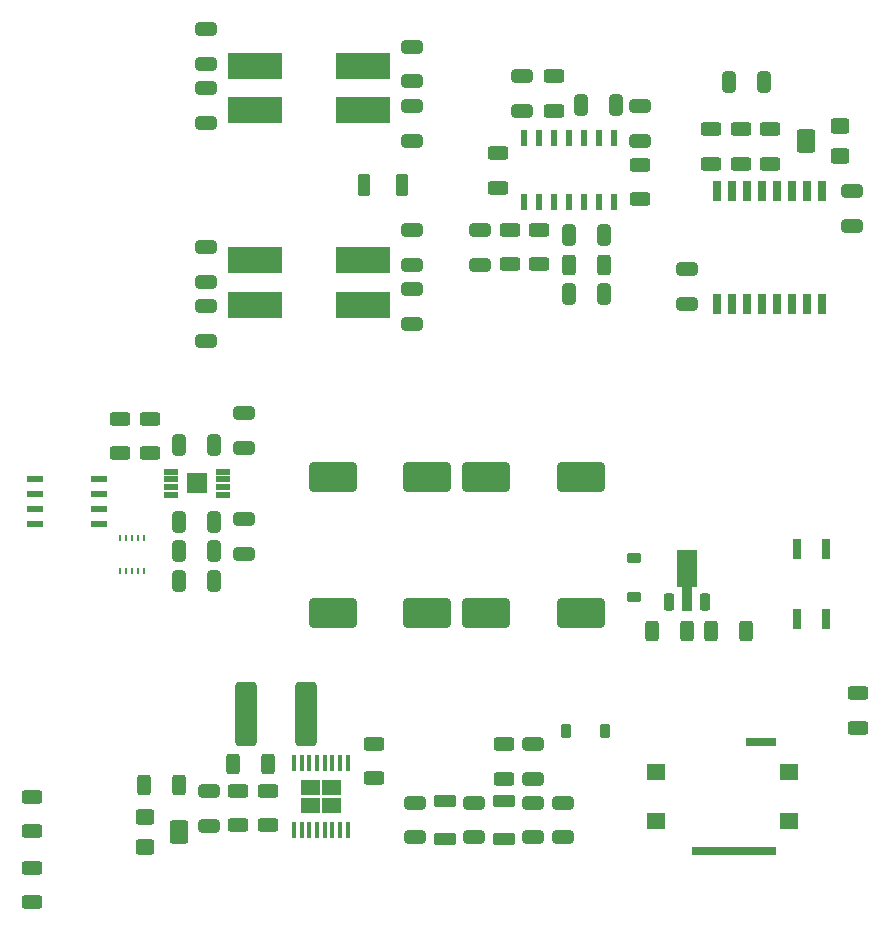
<source format=gtp>
G04 #@! TF.GenerationSoftware,KiCad,Pcbnew,9.0.2-9.0.2-0~ubuntu24.04.1*
G04 #@! TF.CreationDate,2025-06-11T14:59:59-05:00*
G04 #@! TF.ProjectId,bias-supply,62696173-2d73-4757-9070-6c792e6b6963,0.1*
G04 #@! TF.SameCoordinates,Original*
G04 #@! TF.FileFunction,Paste,Top*
G04 #@! TF.FilePolarity,Positive*
%FSLAX46Y46*%
G04 Gerber Fmt 4.6, Leading zero omitted, Abs format (unit mm)*
G04 Created by KiCad (PCBNEW 9.0.2-9.0.2-0~ubuntu24.04.1) date 2025-06-11 14:59:59*
%MOMM*%
%LPD*%
G01*
G04 APERTURE LIST*
G04 Aperture macros list*
%AMRoundRect*
0 Rectangle with rounded corners*
0 $1 Rounding radius*
0 $2 $3 $4 $5 $6 $7 $8 $9 X,Y pos of 4 corners*
0 Add a 4 corners polygon primitive as box body*
4,1,4,$2,$3,$4,$5,$6,$7,$8,$9,$2,$3,0*
0 Add four circle primitives for the rounded corners*
1,1,$1+$1,$2,$3*
1,1,$1+$1,$4,$5*
1,1,$1+$1,$6,$7*
1,1,$1+$1,$8,$9*
0 Add four rect primitives between the rounded corners*
20,1,$1+$1,$2,$3,$4,$5,0*
20,1,$1+$1,$4,$5,$6,$7,0*
20,1,$1+$1,$6,$7,$8,$9,0*
20,1,$1+$1,$8,$9,$2,$3,0*%
%AMFreePoly0*
4,1,9,3.862500,-0.866500,0.737500,-0.866500,0.737500,-0.450000,-1.287500,-0.450000,-1.287500,0.450000,0.737500,0.450000,0.737500,0.866500,3.862500,0.866500,3.862500,-0.866500,3.862500,-0.866500,$1*%
G04 Aperture macros list end*
%ADD10C,0.000000*%
%ADD11R,0.254000X0.609600*%
%ADD12RoundRect,0.250000X-0.650000X0.325000X-0.650000X-0.325000X0.650000X-0.325000X0.650000X0.325000X0*%
%ADD13RoundRect,0.250000X0.312500X0.625000X-0.312500X0.625000X-0.312500X-0.625000X0.312500X-0.625000X0*%
%ADD14R,1.257300X0.508000*%
%ADD15R,1.727200X1.701800*%
%ADD16RoundRect,0.225000X-0.225000X-0.375000X0.225000X-0.375000X0.225000X0.375000X-0.225000X0.375000X0*%
%ADD17RoundRect,0.250000X-1.750000X-1.000000X1.750000X-1.000000X1.750000X1.000000X-1.750000X1.000000X0*%
%ADD18RoundRect,0.250000X0.650000X-0.325000X0.650000X0.325000X-0.650000X0.325000X-0.650000X-0.325000X0*%
%ADD19RoundRect,0.250000X-0.625000X0.312500X-0.625000X-0.312500X0.625000X-0.312500X0.625000X0.312500X0*%
%ADD20RoundRect,0.250000X0.625000X-0.312500X0.625000X0.312500X-0.625000X0.312500X-0.625000X-0.312500X0*%
%ADD21R,0.355600X1.473200*%
%ADD22RoundRect,0.250000X-0.325000X-0.650000X0.325000X-0.650000X0.325000X0.650000X-0.325000X0.650000X0*%
%ADD23RoundRect,0.250000X0.700000X-0.275000X0.700000X0.275000X-0.700000X0.275000X-0.700000X-0.275000X0*%
%ADD24RoundRect,0.250000X-0.275000X-0.700000X0.275000X-0.700000X0.275000X0.700000X-0.275000X0.700000X0*%
%ADD25RoundRect,0.250000X0.650000X2.450000X-0.650000X2.450000X-0.650000X-2.450000X0.650000X-2.450000X0*%
%ADD26RoundRect,0.225000X0.375000X-0.225000X0.375000X0.225000X-0.375000X0.225000X-0.375000X-0.225000X0*%
%ADD27RoundRect,0.250000X1.750000X1.000000X-1.750000X1.000000X-1.750000X-1.000000X1.750000X-1.000000X0*%
%ADD28RoundRect,0.250000X0.550000X-0.400000X0.550000X0.400000X-0.550000X0.400000X-0.550000X-0.400000X0*%
%ADD29RoundRect,0.250000X0.550000X-0.750000X0.550000X0.750000X-0.550000X0.750000X-0.550000X-0.750000X0*%
%ADD30R,0.762000X1.803400*%
%ADD31RoundRect,0.250000X-0.700000X0.275000X-0.700000X-0.275000X0.700000X-0.275000X0.700000X0.275000X0*%
%ADD32RoundRect,0.250000X0.325000X0.650000X-0.325000X0.650000X-0.325000X-0.650000X0.325000X-0.650000X0*%
%ADD33R,0.532600X1.454899*%
%ADD34R,1.600200X1.397000*%
%ADD35R,2.590800X0.711200*%
%ADD36R,7.086600X0.711200*%
%ADD37RoundRect,0.250000X-0.312500X-0.625000X0.312500X-0.625000X0.312500X0.625000X-0.312500X0.625000X0*%
%ADD38RoundRect,0.250000X-0.550000X0.400000X-0.550000X-0.400000X0.550000X-0.400000X0.550000X0.400000X0*%
%ADD39RoundRect,0.250000X-0.550000X0.750000X-0.550000X-0.750000X0.550000X-0.750000X0.550000X0.750000X0*%
%ADD40R,1.460500X0.533400*%
%ADD41R,0.650000X1.750000*%
%ADD42RoundRect,0.225000X0.225000X-0.500000X0.225000X0.500000X-0.225000X0.500000X-0.225000X-0.500000X0*%
%ADD43FreePoly0,90.000000*%
%ADD44R,4.600000X2.250000*%
G04 APERTURE END LIST*
D10*
G36*
X46900000Y-80900000D02*
G01*
X45309300Y-80900000D01*
X45309300Y-79626800D01*
X46900000Y-79626800D01*
X46900000Y-80900000D01*
G37*
G36*
X46900000Y-82373200D02*
G01*
X45309300Y-82373200D01*
X45309300Y-81100000D01*
X46900000Y-81100000D01*
X46900000Y-82373200D01*
G37*
G36*
X48690700Y-80900000D02*
G01*
X47100000Y-80900000D01*
X47100000Y-79626800D01*
X48690700Y-79626800D01*
X48690700Y-80900000D01*
G37*
G36*
X48690700Y-82373200D02*
G01*
X47100000Y-82373200D01*
X47100000Y-81100000D01*
X48690700Y-81100000D01*
X48690700Y-82373200D01*
G37*
D11*
X32000001Y-59100000D03*
X31499999Y-59100000D03*
X31000000Y-59100000D03*
X30500001Y-59100000D03*
X29999999Y-59100000D03*
X29999999Y-61900000D03*
X30500001Y-61900000D03*
X31000000Y-61900000D03*
X31499999Y-61900000D03*
X32000001Y-61900000D03*
D12*
X54750000Y-22525000D03*
X54750000Y-25475000D03*
X67500000Y-81525000D03*
X67500000Y-84475000D03*
D13*
X82962500Y-67000000D03*
X80037500Y-67000000D03*
D14*
X38678050Y-55474999D03*
X38678050Y-54825001D03*
X38678050Y-54174999D03*
X38678050Y-53525001D03*
X34321950Y-53525001D03*
X34321950Y-54174999D03*
X34321950Y-54825001D03*
X34321950Y-55474999D03*
D15*
X36500000Y-54500000D03*
D16*
X67750000Y-75500000D03*
X71050000Y-75500000D03*
D17*
X61000000Y-54000000D03*
X69000000Y-54000000D03*
D18*
X65000000Y-79500000D03*
X65000000Y-76550000D03*
D19*
X30000000Y-49037500D03*
X30000000Y-51962500D03*
X51500000Y-76537500D03*
X51500000Y-79462500D03*
D20*
X82527500Y-27462500D03*
X82527500Y-24537500D03*
D12*
X37250000Y-39525000D03*
X37250000Y-42475000D03*
D21*
X44724160Y-83819400D03*
X45374400Y-83819400D03*
X46024640Y-83819400D03*
X46674880Y-83819400D03*
X47325120Y-83819400D03*
X47975360Y-83819400D03*
X48625600Y-83819400D03*
X49275840Y-83819400D03*
X49275840Y-78180600D03*
X48625600Y-78180600D03*
X47975360Y-78180600D03*
X47325120Y-78180600D03*
X46674880Y-78180600D03*
X46024640Y-78180600D03*
X45374400Y-78180600D03*
X44724160Y-78180600D03*
D18*
X37250000Y-37475000D03*
X37250000Y-34525000D03*
D20*
X73975000Y-30462500D03*
X73975000Y-27537500D03*
D19*
X62990000Y-33037500D03*
X62990000Y-35962500D03*
D22*
X35025000Y-57750000D03*
X37975000Y-57750000D03*
D23*
X62500000Y-84575000D03*
X62500000Y-81425000D03*
D24*
X50675000Y-29250000D03*
X53825000Y-29250000D03*
D25*
X45750000Y-74000000D03*
X40650000Y-74000000D03*
D18*
X60000000Y-84475000D03*
X60000000Y-81525000D03*
D26*
X73500000Y-64150000D03*
X73500000Y-60850000D03*
D17*
X61000000Y-65500000D03*
X69000000Y-65500000D03*
D12*
X73975000Y-22525000D03*
X73975000Y-25475000D03*
X65000000Y-81525000D03*
X65000000Y-84475000D03*
D27*
X56000000Y-65500000D03*
X48000000Y-65500000D03*
D18*
X54750000Y-20475000D03*
X54750000Y-17525000D03*
D28*
X32100000Y-82750000D03*
D29*
X35000000Y-84000000D03*
D28*
X32100000Y-85250000D03*
D20*
X62500000Y-79500000D03*
X62500000Y-76575000D03*
D30*
X87306000Y-65959100D03*
X89806000Y-65959100D03*
X89806000Y-60040900D03*
X87306000Y-60040900D03*
D31*
X57500000Y-81425000D03*
X57500000Y-84575000D03*
D19*
X65460000Y-33037500D03*
X65460000Y-35962500D03*
D32*
X70950000Y-33500000D03*
X68000000Y-33500000D03*
D20*
X42500000Y-83462500D03*
X42500000Y-80537500D03*
D33*
X64190000Y-30721348D03*
X65460000Y-30721348D03*
X66730000Y-30721348D03*
X68000000Y-30721348D03*
X69270000Y-30721348D03*
X70540000Y-30721348D03*
X71810000Y-30721348D03*
X71810000Y-25278652D03*
X70540000Y-25278652D03*
X69270000Y-25278652D03*
X68000000Y-25278652D03*
X66730000Y-25278652D03*
X65460000Y-25278652D03*
X64190000Y-25278652D03*
D34*
X75348500Y-78900002D03*
X86651500Y-78900002D03*
X75348500Y-83099998D03*
X86651500Y-83099998D03*
D35*
X84250000Y-76402600D03*
D36*
X82000000Y-85597400D03*
D37*
X68012500Y-36000000D03*
X70937500Y-36000000D03*
D20*
X80055000Y-27462500D03*
X80055000Y-24537500D03*
D22*
X35025000Y-62750000D03*
X37975000Y-62750000D03*
D38*
X90950000Y-26750000D03*
D39*
X88050000Y-25500000D03*
D38*
X90950000Y-24250000D03*
D12*
X60500000Y-33025000D03*
X60500000Y-35975000D03*
D40*
X22775850Y-54095000D03*
X22775850Y-55365000D03*
X22775850Y-56635000D03*
X22775850Y-57905000D03*
X28224150Y-57905000D03*
X28224150Y-56635000D03*
X28224150Y-55365000D03*
X28224150Y-54095000D03*
D12*
X40500000Y-57525000D03*
X40500000Y-60475000D03*
D18*
X54750000Y-35975000D03*
X54750000Y-33025000D03*
D20*
X40000000Y-83462500D03*
X40000000Y-80537500D03*
D12*
X54750000Y-38025000D03*
X54750000Y-40975000D03*
D27*
X56000000Y-54000000D03*
X48000000Y-54000000D03*
D41*
X89445000Y-29725000D03*
X88175000Y-29725000D03*
X86905000Y-29725000D03*
X85635000Y-29725000D03*
X84365000Y-29725000D03*
X83095000Y-29725000D03*
X81825000Y-29725000D03*
X80555000Y-29725000D03*
X80555000Y-39275000D03*
X81825000Y-39275000D03*
X83095000Y-39275000D03*
X84365000Y-39275000D03*
X85635000Y-39275000D03*
X86905000Y-39275000D03*
X88175000Y-39275000D03*
X89445000Y-39275000D03*
D32*
X84475000Y-20500000D03*
X81525000Y-20500000D03*
X71950000Y-22500000D03*
X69000000Y-22500000D03*
D37*
X75075000Y-67000000D03*
X78000000Y-67000000D03*
D42*
X76500000Y-64525000D03*
D43*
X78000000Y-64000000D03*
D42*
X79500000Y-64525000D03*
D18*
X37500000Y-83475000D03*
X37500000Y-80525000D03*
D12*
X40500000Y-48525000D03*
X40500000Y-51475000D03*
D18*
X64000000Y-22975000D03*
X64000000Y-20025000D03*
D19*
X22500000Y-87037500D03*
X22500000Y-89962500D03*
D20*
X22500000Y-83962500D03*
X22500000Y-81037500D03*
D22*
X35025000Y-60250000D03*
X37975000Y-60250000D03*
D13*
X42500000Y-78250000D03*
X39575000Y-78250000D03*
D19*
X32500000Y-49037500D03*
X32500000Y-51962500D03*
D20*
X85000000Y-27462500D03*
X85000000Y-24537500D03*
D37*
X32037500Y-80000000D03*
X34962500Y-80000000D03*
D19*
X92500000Y-72287500D03*
X92500000Y-75212500D03*
D20*
X66730000Y-22962500D03*
X66730000Y-20037500D03*
D18*
X37250000Y-18975000D03*
X37250000Y-16025000D03*
D12*
X92000000Y-29725000D03*
X92000000Y-32675000D03*
D44*
X41450000Y-35625000D03*
X41450000Y-39375000D03*
X50550000Y-39375000D03*
X50550000Y-35625000D03*
D32*
X70950000Y-38500000D03*
X68000000Y-38500000D03*
D12*
X37250000Y-21025000D03*
X37250000Y-23975000D03*
D18*
X55000000Y-84475000D03*
X55000000Y-81525000D03*
D20*
X62000000Y-29462500D03*
X62000000Y-26537500D03*
D44*
X41450000Y-19125000D03*
X41450000Y-22875000D03*
X50550000Y-22875000D03*
X50550000Y-19125000D03*
D12*
X78000000Y-36325000D03*
X78000000Y-39275000D03*
D32*
X37975000Y-51250000D03*
X35025000Y-51250000D03*
M02*

</source>
